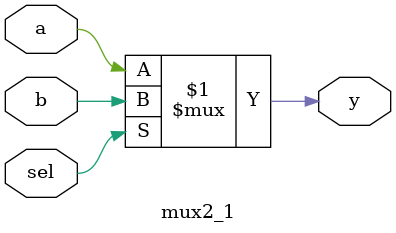
<source format=v>
module mux2_1(
input sel,
input a,
input b,
output y
);

assign y = sel ? b:a;

endmodule
</source>
